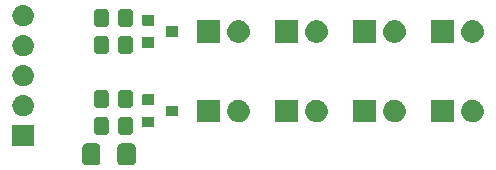
<source format=gbr>
G04 #@! TF.GenerationSoftware,KiCad,Pcbnew,6.0.0-unknown-ea0edab~86~ubuntu18.04.1*
G04 #@! TF.CreationDate,2019-07-07T11:36:40+02:00*
G04 #@! TF.ProjectId,ir-transmitter,69722d74-7261-46e7-936d-69747465722e,rev?*
G04 #@! TF.SameCoordinates,Original*
G04 #@! TF.FileFunction,Soldermask,Top*
G04 #@! TF.FilePolarity,Negative*
%FSLAX46Y46*%
G04 Gerber Fmt 4.6, Leading zero omitted, Abs format (unit mm)*
G04 Created by KiCad (PCBNEW 6.0.0-unknown-ea0edab~86~ubuntu18.04.1) date 2019-07-07 11:36:40*
%MOMM*%
%LPD*%
G04 APERTURE LIST*
%ADD10C,0.100000*%
G04 APERTURE END LIST*
D10*
G36*
X92305756Y-145687764D02*
G01*
X92317228Y-145693289D01*
X92325286Y-145694795D01*
X92342543Y-145705480D01*
X92387638Y-145727197D01*
X92407738Y-145745847D01*
X92420964Y-145754036D01*
X92431264Y-145767676D01*
X92454265Y-145789017D01*
X92476617Y-145827732D01*
X92488781Y-145843840D01*
X92490750Y-145852212D01*
X92498506Y-145865646D01*
X92517419Y-145965603D01*
X92520883Y-145980331D01*
X92520883Y-145983910D01*
X92522194Y-145990839D01*
X92522194Y-147213516D01*
X92507236Y-147312756D01*
X92501711Y-147324228D01*
X92500205Y-147332286D01*
X92489520Y-147349543D01*
X92467803Y-147394638D01*
X92449153Y-147414738D01*
X92440964Y-147427964D01*
X92427324Y-147438264D01*
X92405983Y-147461265D01*
X92367268Y-147483617D01*
X92351160Y-147495781D01*
X92342788Y-147497750D01*
X92329354Y-147505506D01*
X92229397Y-147524419D01*
X92214669Y-147527883D01*
X92211090Y-147527883D01*
X92204161Y-147529194D01*
X91306484Y-147529194D01*
X91207244Y-147514236D01*
X91195772Y-147508711D01*
X91187714Y-147507205D01*
X91170457Y-147496520D01*
X91125362Y-147474803D01*
X91105262Y-147456153D01*
X91092036Y-147447964D01*
X91081736Y-147434324D01*
X91058735Y-147412983D01*
X91036383Y-147374268D01*
X91024219Y-147358160D01*
X91022250Y-147349788D01*
X91014494Y-147336354D01*
X90995581Y-147236397D01*
X90992117Y-147221669D01*
X90992117Y-147218090D01*
X90990806Y-147211161D01*
X90990806Y-145988484D01*
X91005764Y-145889244D01*
X91011289Y-145877772D01*
X91012795Y-145869714D01*
X91023480Y-145852457D01*
X91045197Y-145807362D01*
X91063847Y-145787262D01*
X91072036Y-145774036D01*
X91085676Y-145763736D01*
X91107017Y-145740735D01*
X91145732Y-145718383D01*
X91161840Y-145706219D01*
X91170212Y-145704250D01*
X91183646Y-145696494D01*
X91283603Y-145677581D01*
X91298331Y-145674117D01*
X91301910Y-145674117D01*
X91308839Y-145672806D01*
X92206516Y-145672806D01*
X92305756Y-145687764D01*
X92305756Y-145687764D01*
G37*
G36*
X89330756Y-145687764D02*
G01*
X89342228Y-145693289D01*
X89350286Y-145694795D01*
X89367543Y-145705480D01*
X89412638Y-145727197D01*
X89432738Y-145745847D01*
X89445964Y-145754036D01*
X89456264Y-145767676D01*
X89479265Y-145789017D01*
X89501617Y-145827732D01*
X89513781Y-145843840D01*
X89515750Y-145852212D01*
X89523506Y-145865646D01*
X89542419Y-145965603D01*
X89545883Y-145980331D01*
X89545883Y-145983910D01*
X89547194Y-145990839D01*
X89547194Y-147213516D01*
X89532236Y-147312756D01*
X89526711Y-147324228D01*
X89525205Y-147332286D01*
X89514520Y-147349543D01*
X89492803Y-147394638D01*
X89474153Y-147414738D01*
X89465964Y-147427964D01*
X89452324Y-147438264D01*
X89430983Y-147461265D01*
X89392268Y-147483617D01*
X89376160Y-147495781D01*
X89367788Y-147497750D01*
X89354354Y-147505506D01*
X89254397Y-147524419D01*
X89239669Y-147527883D01*
X89236090Y-147527883D01*
X89229161Y-147529194D01*
X88331484Y-147529194D01*
X88232244Y-147514236D01*
X88220772Y-147508711D01*
X88212714Y-147507205D01*
X88195457Y-147496520D01*
X88150362Y-147474803D01*
X88130262Y-147456153D01*
X88117036Y-147447964D01*
X88106736Y-147434324D01*
X88083735Y-147412983D01*
X88061383Y-147374268D01*
X88049219Y-147358160D01*
X88047250Y-147349788D01*
X88039494Y-147336354D01*
X88020581Y-147236397D01*
X88017117Y-147221669D01*
X88017117Y-147218090D01*
X88015806Y-147211161D01*
X88015806Y-145988484D01*
X88030764Y-145889244D01*
X88036289Y-145877772D01*
X88037795Y-145869714D01*
X88048480Y-145852457D01*
X88070197Y-145807362D01*
X88088847Y-145787262D01*
X88097036Y-145774036D01*
X88110676Y-145763736D01*
X88132017Y-145740735D01*
X88170732Y-145718383D01*
X88186840Y-145706219D01*
X88195212Y-145704250D01*
X88208646Y-145696494D01*
X88308603Y-145677581D01*
X88323331Y-145674117D01*
X88326910Y-145674117D01*
X88333839Y-145672806D01*
X89231516Y-145672806D01*
X89330756Y-145687764D01*
X89330756Y-145687764D01*
G37*
G36*
X83869899Y-144101959D02*
G01*
X83886769Y-144113231D01*
X83898041Y-144130101D01*
X83904448Y-144162312D01*
X83904448Y-145837688D01*
X83901999Y-145850000D01*
X83898041Y-145869899D01*
X83886769Y-145886769D01*
X83869899Y-145898041D01*
X83850000Y-145901999D01*
X83837688Y-145904448D01*
X82162312Y-145904448D01*
X82130101Y-145898041D01*
X82113231Y-145886769D01*
X82101959Y-145869899D01*
X82095552Y-145837688D01*
X82095552Y-144162312D01*
X82101959Y-144130101D01*
X82113231Y-144113231D01*
X82130101Y-144101959D01*
X82162312Y-144095552D01*
X83837688Y-144095552D01*
X83869899Y-144101959D01*
X83869899Y-144101959D01*
G37*
G36*
X90036756Y-143449764D02*
G01*
X90048227Y-143455288D01*
X90056287Y-143456795D01*
X90073547Y-143467482D01*
X90118638Y-143489197D01*
X90138738Y-143507847D01*
X90151964Y-143516036D01*
X90162265Y-143529676D01*
X90185264Y-143551016D01*
X90207614Y-143589727D01*
X90219781Y-143605839D01*
X90221751Y-143614213D01*
X90229506Y-143627646D01*
X90248419Y-143727601D01*
X90251883Y-143742330D01*
X90251883Y-143745909D01*
X90253194Y-143752838D01*
X90253194Y-144625517D01*
X90238236Y-144724756D01*
X90232712Y-144736227D01*
X90231205Y-144744287D01*
X90220518Y-144761547D01*
X90198803Y-144806638D01*
X90180153Y-144826738D01*
X90171964Y-144839964D01*
X90158324Y-144850265D01*
X90136984Y-144873264D01*
X90098273Y-144895614D01*
X90082161Y-144907781D01*
X90073787Y-144909751D01*
X90060354Y-144917506D01*
X89960399Y-144936419D01*
X89945670Y-144939883D01*
X89942091Y-144939883D01*
X89935162Y-144941194D01*
X89312483Y-144941194D01*
X89213244Y-144926236D01*
X89201773Y-144920712D01*
X89193713Y-144919205D01*
X89176453Y-144908518D01*
X89131362Y-144886803D01*
X89111262Y-144868153D01*
X89098036Y-144859964D01*
X89087735Y-144846324D01*
X89064736Y-144824984D01*
X89042386Y-144786273D01*
X89030219Y-144770161D01*
X89028249Y-144761787D01*
X89020494Y-144748354D01*
X89001581Y-144648399D01*
X88998117Y-144633670D01*
X88998117Y-144630091D01*
X88996806Y-144623162D01*
X88996806Y-143750483D01*
X89011764Y-143651244D01*
X89017288Y-143639773D01*
X89018795Y-143631713D01*
X89029482Y-143614453D01*
X89051197Y-143569362D01*
X89069847Y-143549262D01*
X89078036Y-143536036D01*
X89091676Y-143525735D01*
X89113016Y-143502736D01*
X89151727Y-143480386D01*
X89167839Y-143468219D01*
X89176213Y-143466249D01*
X89189646Y-143458494D01*
X89289601Y-143439581D01*
X89304330Y-143436117D01*
X89307909Y-143436117D01*
X89314838Y-143434806D01*
X89937517Y-143434806D01*
X90036756Y-143449764D01*
X90036756Y-143449764D01*
G37*
G36*
X92086756Y-143449764D02*
G01*
X92098227Y-143455288D01*
X92106287Y-143456795D01*
X92123547Y-143467482D01*
X92168638Y-143489197D01*
X92188738Y-143507847D01*
X92201964Y-143516036D01*
X92212265Y-143529676D01*
X92235264Y-143551016D01*
X92257614Y-143589727D01*
X92269781Y-143605839D01*
X92271751Y-143614213D01*
X92279506Y-143627646D01*
X92298419Y-143727601D01*
X92301883Y-143742330D01*
X92301883Y-143745909D01*
X92303194Y-143752838D01*
X92303194Y-144625517D01*
X92288236Y-144724756D01*
X92282712Y-144736227D01*
X92281205Y-144744287D01*
X92270518Y-144761547D01*
X92248803Y-144806638D01*
X92230153Y-144826738D01*
X92221964Y-144839964D01*
X92208324Y-144850265D01*
X92186984Y-144873264D01*
X92148273Y-144895614D01*
X92132161Y-144907781D01*
X92123787Y-144909751D01*
X92110354Y-144917506D01*
X92010399Y-144936419D01*
X91995670Y-144939883D01*
X91992091Y-144939883D01*
X91985162Y-144941194D01*
X91362483Y-144941194D01*
X91263244Y-144926236D01*
X91251773Y-144920712D01*
X91243713Y-144919205D01*
X91226453Y-144908518D01*
X91181362Y-144886803D01*
X91161262Y-144868153D01*
X91148036Y-144859964D01*
X91137735Y-144846324D01*
X91114736Y-144824984D01*
X91092386Y-144786273D01*
X91080219Y-144770161D01*
X91078249Y-144761787D01*
X91070494Y-144748354D01*
X91051581Y-144648399D01*
X91048117Y-144633670D01*
X91048117Y-144630091D01*
X91046806Y-144623162D01*
X91046806Y-143750483D01*
X91061764Y-143651244D01*
X91067288Y-143639773D01*
X91068795Y-143631713D01*
X91079482Y-143614453D01*
X91101197Y-143569362D01*
X91119847Y-143549262D01*
X91128036Y-143536036D01*
X91141676Y-143525735D01*
X91163016Y-143502736D01*
X91201727Y-143480386D01*
X91217839Y-143468219D01*
X91226213Y-143466249D01*
X91239646Y-143458494D01*
X91339601Y-143439581D01*
X91354330Y-143436117D01*
X91357909Y-143436117D01*
X91364838Y-143434806D01*
X91987517Y-143434806D01*
X92086756Y-143449764D01*
X92086756Y-143449764D01*
G37*
G36*
X94056899Y-143419959D02*
G01*
X94073769Y-143431231D01*
X94085041Y-143448101D01*
X94091448Y-143480312D01*
X94091448Y-144255688D01*
X94088999Y-144268000D01*
X94085041Y-144287899D01*
X94073769Y-144304769D01*
X94056899Y-144316041D01*
X94037000Y-144319999D01*
X94024688Y-144322448D01*
X93149312Y-144322448D01*
X93117101Y-144316041D01*
X93100231Y-144304769D01*
X93088959Y-144287899D01*
X93082552Y-144255688D01*
X93082552Y-143480312D01*
X93088959Y-143448101D01*
X93100231Y-143431231D01*
X93117101Y-143419959D01*
X93149312Y-143413552D01*
X94024688Y-143413552D01*
X94056899Y-143419959D01*
X94056899Y-143419959D01*
G37*
G36*
X114541675Y-141970627D02*
G01*
X114582905Y-141972680D01*
X114631080Y-141984468D01*
X114685954Y-141992963D01*
X114724728Y-142007383D01*
X114759176Y-142015812D01*
X114809544Y-142038925D01*
X114867037Y-142060307D01*
X114897173Y-142079138D01*
X114924107Y-142091498D01*
X114973922Y-142127097D01*
X115030880Y-142162688D01*
X115052387Y-142183168D01*
X115071749Y-142197005D01*
X115117931Y-142245585D01*
X115170790Y-142295922D01*
X115184404Y-142315511D01*
X115196782Y-142328531D01*
X115236083Y-142389866D01*
X115281052Y-142454569D01*
X115288145Y-142471119D01*
X115294683Y-142481322D01*
X115323818Y-142554349D01*
X115357162Y-142632146D01*
X115359606Y-142644051D01*
X115361928Y-142649872D01*
X115377813Y-142732748D01*
X115396010Y-142821400D01*
X115395988Y-142827580D01*
X115396056Y-142827932D01*
X115395404Y-143014704D01*
X115395335Y-143015053D01*
X115395313Y-143021237D01*
X115376491Y-143109785D01*
X115360034Y-143192522D01*
X115357671Y-143198327D01*
X115355144Y-143210215D01*
X115321246Y-143287806D01*
X115291613Y-143360599D01*
X115285009Y-143370748D01*
X115277797Y-143387257D01*
X115232357Y-143451672D01*
X115192645Y-143512707D01*
X115180180Y-143525637D01*
X115166430Y-143545129D01*
X115113221Y-143595096D01*
X115066704Y-143643349D01*
X115047248Y-143657048D01*
X115025593Y-143677384D01*
X114968380Y-143712582D01*
X114918323Y-143747828D01*
X114891302Y-143760000D01*
X114861039Y-143778618D01*
X114803399Y-143799597D01*
X114752868Y-143822360D01*
X114718362Y-143830549D01*
X114679490Y-143844697D01*
X114624568Y-143852807D01*
X114576307Y-143864260D01*
X114535057Y-143866025D01*
X114488363Y-143872920D01*
X114438741Y-143870146D01*
X114395000Y-143872017D01*
X114348403Y-143865095D01*
X114295464Y-143862135D01*
X114253057Y-143850931D01*
X114215504Y-143845352D01*
X114165566Y-143827815D01*
X114108673Y-143812783D01*
X114074600Y-143795869D01*
X114044288Y-143785224D01*
X113993557Y-143755639D01*
X113935621Y-143726879D01*
X113910245Y-143707053D01*
X113887528Y-143693805D01*
X113838930Y-143651335D01*
X113783378Y-143607933D01*
X113766292Y-143587857D01*
X113750884Y-143574392D01*
X113707628Y-143518928D01*
X113658161Y-143460804D01*
X113648277Y-143442825D01*
X113639285Y-143431295D01*
X113604661Y-143363488D01*
X113565086Y-143291501D01*
X113560749Y-143277492D01*
X113556760Y-143269679D01*
X113533983Y-143191022D01*
X113507955Y-143106941D01*
X113507095Y-143098173D01*
X113506285Y-143095375D01*
X113498295Y-143008423D01*
X113489102Y-142914663D01*
X113498949Y-142820976D01*
X113507546Y-142734079D01*
X113508376Y-142731287D01*
X113509297Y-142722521D01*
X113535920Y-142638594D01*
X113559237Y-142560129D01*
X113563280Y-142552346D01*
X113567715Y-142538365D01*
X113607811Y-142466621D01*
X113642891Y-142399090D01*
X113651956Y-142387632D01*
X113661969Y-142369716D01*
X113711849Y-142311930D01*
X113755484Y-142256776D01*
X113770984Y-142243420D01*
X113788210Y-142223464D01*
X113844069Y-142180447D01*
X113892959Y-142138321D01*
X113915768Y-142125232D01*
X113941281Y-142105584D01*
X113999401Y-142077237D01*
X114050350Y-142047999D01*
X114080746Y-142037562D01*
X114114928Y-142020891D01*
X114171921Y-142006258D01*
X114221983Y-141989069D01*
X114259572Y-141983753D01*
X114302059Y-141972844D01*
X114355020Y-141970254D01*
X114401663Y-141963657D01*
X114445388Y-141965834D01*
X114495028Y-141963406D01*
X114541675Y-141970627D01*
X114541675Y-141970627D01*
G37*
G36*
X101333675Y-141970627D02*
G01*
X101374905Y-141972680D01*
X101423080Y-141984468D01*
X101477954Y-141992963D01*
X101516728Y-142007383D01*
X101551176Y-142015812D01*
X101601544Y-142038925D01*
X101659037Y-142060307D01*
X101689173Y-142079138D01*
X101716107Y-142091498D01*
X101765922Y-142127097D01*
X101822880Y-142162688D01*
X101844387Y-142183168D01*
X101863749Y-142197005D01*
X101909931Y-142245585D01*
X101962790Y-142295922D01*
X101976404Y-142315511D01*
X101988782Y-142328531D01*
X102028083Y-142389866D01*
X102073052Y-142454569D01*
X102080145Y-142471119D01*
X102086683Y-142481322D01*
X102115818Y-142554349D01*
X102149162Y-142632146D01*
X102151606Y-142644051D01*
X102153928Y-142649872D01*
X102169813Y-142732748D01*
X102188010Y-142821400D01*
X102187988Y-142827580D01*
X102188056Y-142827932D01*
X102187404Y-143014704D01*
X102187335Y-143015053D01*
X102187313Y-143021237D01*
X102168491Y-143109785D01*
X102152034Y-143192522D01*
X102149671Y-143198327D01*
X102147144Y-143210215D01*
X102113246Y-143287806D01*
X102083613Y-143360599D01*
X102077009Y-143370748D01*
X102069797Y-143387257D01*
X102024357Y-143451672D01*
X101984645Y-143512707D01*
X101972180Y-143525637D01*
X101958430Y-143545129D01*
X101905221Y-143595096D01*
X101858704Y-143643349D01*
X101839248Y-143657048D01*
X101817593Y-143677384D01*
X101760380Y-143712582D01*
X101710323Y-143747828D01*
X101683302Y-143760000D01*
X101653039Y-143778618D01*
X101595399Y-143799597D01*
X101544868Y-143822360D01*
X101510362Y-143830549D01*
X101471490Y-143844697D01*
X101416568Y-143852807D01*
X101368307Y-143864260D01*
X101327057Y-143866025D01*
X101280363Y-143872920D01*
X101230741Y-143870146D01*
X101187000Y-143872017D01*
X101140403Y-143865095D01*
X101087464Y-143862135D01*
X101045057Y-143850931D01*
X101007504Y-143845352D01*
X100957566Y-143827815D01*
X100900673Y-143812783D01*
X100866600Y-143795869D01*
X100836288Y-143785224D01*
X100785557Y-143755639D01*
X100727621Y-143726879D01*
X100702245Y-143707053D01*
X100679528Y-143693805D01*
X100630930Y-143651335D01*
X100575378Y-143607933D01*
X100558292Y-143587857D01*
X100542884Y-143574392D01*
X100499628Y-143518928D01*
X100450161Y-143460804D01*
X100440277Y-143442825D01*
X100431285Y-143431295D01*
X100396661Y-143363488D01*
X100357086Y-143291501D01*
X100352749Y-143277492D01*
X100348760Y-143269679D01*
X100325983Y-143191022D01*
X100299955Y-143106941D01*
X100299095Y-143098173D01*
X100298285Y-143095375D01*
X100290295Y-143008423D01*
X100281102Y-142914663D01*
X100290949Y-142820976D01*
X100299546Y-142734079D01*
X100300376Y-142731287D01*
X100301297Y-142722521D01*
X100327920Y-142638594D01*
X100351237Y-142560129D01*
X100355280Y-142552346D01*
X100359715Y-142538365D01*
X100399811Y-142466621D01*
X100434891Y-142399090D01*
X100443956Y-142387632D01*
X100453969Y-142369716D01*
X100503849Y-142311930D01*
X100547484Y-142256776D01*
X100562984Y-142243420D01*
X100580210Y-142223464D01*
X100636069Y-142180447D01*
X100684959Y-142138321D01*
X100707768Y-142125232D01*
X100733281Y-142105584D01*
X100791401Y-142077237D01*
X100842350Y-142047999D01*
X100872746Y-142037562D01*
X100906928Y-142020891D01*
X100963921Y-142006258D01*
X101013983Y-141989069D01*
X101051572Y-141983753D01*
X101094059Y-141972844D01*
X101147020Y-141970254D01*
X101193663Y-141963657D01*
X101237388Y-141965834D01*
X101287028Y-141963406D01*
X101333675Y-141970627D01*
X101333675Y-141970627D01*
G37*
G36*
X107937675Y-141970627D02*
G01*
X107978905Y-141972680D01*
X108027080Y-141984468D01*
X108081954Y-141992963D01*
X108120728Y-142007383D01*
X108155176Y-142015812D01*
X108205544Y-142038925D01*
X108263037Y-142060307D01*
X108293173Y-142079138D01*
X108320107Y-142091498D01*
X108369922Y-142127097D01*
X108426880Y-142162688D01*
X108448387Y-142183168D01*
X108467749Y-142197005D01*
X108513931Y-142245585D01*
X108566790Y-142295922D01*
X108580404Y-142315511D01*
X108592782Y-142328531D01*
X108632083Y-142389866D01*
X108677052Y-142454569D01*
X108684145Y-142471119D01*
X108690683Y-142481322D01*
X108719818Y-142554349D01*
X108753162Y-142632146D01*
X108755606Y-142644051D01*
X108757928Y-142649872D01*
X108773813Y-142732748D01*
X108792010Y-142821400D01*
X108791988Y-142827580D01*
X108792056Y-142827932D01*
X108791404Y-143014704D01*
X108791335Y-143015053D01*
X108791313Y-143021237D01*
X108772491Y-143109785D01*
X108756034Y-143192522D01*
X108753671Y-143198327D01*
X108751144Y-143210215D01*
X108717246Y-143287806D01*
X108687613Y-143360599D01*
X108681009Y-143370748D01*
X108673797Y-143387257D01*
X108628357Y-143451672D01*
X108588645Y-143512707D01*
X108576180Y-143525637D01*
X108562430Y-143545129D01*
X108509221Y-143595096D01*
X108462704Y-143643349D01*
X108443248Y-143657048D01*
X108421593Y-143677384D01*
X108364380Y-143712582D01*
X108314323Y-143747828D01*
X108287302Y-143760000D01*
X108257039Y-143778618D01*
X108199399Y-143799597D01*
X108148868Y-143822360D01*
X108114362Y-143830549D01*
X108075490Y-143844697D01*
X108020568Y-143852807D01*
X107972307Y-143864260D01*
X107931057Y-143866025D01*
X107884363Y-143872920D01*
X107834741Y-143870146D01*
X107791000Y-143872017D01*
X107744403Y-143865095D01*
X107691464Y-143862135D01*
X107649057Y-143850931D01*
X107611504Y-143845352D01*
X107561566Y-143827815D01*
X107504673Y-143812783D01*
X107470600Y-143795869D01*
X107440288Y-143785224D01*
X107389557Y-143755639D01*
X107331621Y-143726879D01*
X107306245Y-143707053D01*
X107283528Y-143693805D01*
X107234930Y-143651335D01*
X107179378Y-143607933D01*
X107162292Y-143587857D01*
X107146884Y-143574392D01*
X107103628Y-143518928D01*
X107054161Y-143460804D01*
X107044277Y-143442825D01*
X107035285Y-143431295D01*
X107000661Y-143363488D01*
X106961086Y-143291501D01*
X106956749Y-143277492D01*
X106952760Y-143269679D01*
X106929983Y-143191022D01*
X106903955Y-143106941D01*
X106903095Y-143098173D01*
X106902285Y-143095375D01*
X106894295Y-143008423D01*
X106885102Y-142914663D01*
X106894949Y-142820976D01*
X106903546Y-142734079D01*
X106904376Y-142731287D01*
X106905297Y-142722521D01*
X106931920Y-142638594D01*
X106955237Y-142560129D01*
X106959280Y-142552346D01*
X106963715Y-142538365D01*
X107003811Y-142466621D01*
X107038891Y-142399090D01*
X107047956Y-142387632D01*
X107057969Y-142369716D01*
X107107849Y-142311930D01*
X107151484Y-142256776D01*
X107166984Y-142243420D01*
X107184210Y-142223464D01*
X107240069Y-142180447D01*
X107288959Y-142138321D01*
X107311768Y-142125232D01*
X107337281Y-142105584D01*
X107395401Y-142077237D01*
X107446350Y-142047999D01*
X107476746Y-142037562D01*
X107510928Y-142020891D01*
X107567921Y-142006258D01*
X107617983Y-141989069D01*
X107655572Y-141983753D01*
X107698059Y-141972844D01*
X107751020Y-141970254D01*
X107797663Y-141963657D01*
X107841388Y-141965834D01*
X107891028Y-141963406D01*
X107937675Y-141970627D01*
X107937675Y-141970627D01*
G37*
G36*
X121145675Y-141970627D02*
G01*
X121186905Y-141972680D01*
X121235080Y-141984468D01*
X121289954Y-141992963D01*
X121328728Y-142007383D01*
X121363176Y-142015812D01*
X121413544Y-142038925D01*
X121471037Y-142060307D01*
X121501173Y-142079138D01*
X121528107Y-142091498D01*
X121577922Y-142127097D01*
X121634880Y-142162688D01*
X121656387Y-142183168D01*
X121675749Y-142197005D01*
X121721931Y-142245585D01*
X121774790Y-142295922D01*
X121788404Y-142315511D01*
X121800782Y-142328531D01*
X121840083Y-142389866D01*
X121885052Y-142454569D01*
X121892145Y-142471119D01*
X121898683Y-142481322D01*
X121927818Y-142554349D01*
X121961162Y-142632146D01*
X121963606Y-142644051D01*
X121965928Y-142649872D01*
X121981813Y-142732748D01*
X122000010Y-142821400D01*
X121999988Y-142827580D01*
X122000056Y-142827932D01*
X121999404Y-143014704D01*
X121999335Y-143015053D01*
X121999313Y-143021237D01*
X121980491Y-143109785D01*
X121964034Y-143192522D01*
X121961671Y-143198327D01*
X121959144Y-143210215D01*
X121925246Y-143287806D01*
X121895613Y-143360599D01*
X121889009Y-143370748D01*
X121881797Y-143387257D01*
X121836357Y-143451672D01*
X121796645Y-143512707D01*
X121784180Y-143525637D01*
X121770430Y-143545129D01*
X121717221Y-143595096D01*
X121670704Y-143643349D01*
X121651248Y-143657048D01*
X121629593Y-143677384D01*
X121572380Y-143712582D01*
X121522323Y-143747828D01*
X121495302Y-143760000D01*
X121465039Y-143778618D01*
X121407399Y-143799597D01*
X121356868Y-143822360D01*
X121322362Y-143830549D01*
X121283490Y-143844697D01*
X121228568Y-143852807D01*
X121180307Y-143864260D01*
X121139057Y-143866025D01*
X121092363Y-143872920D01*
X121042741Y-143870146D01*
X120999000Y-143872017D01*
X120952403Y-143865095D01*
X120899464Y-143862135D01*
X120857057Y-143850931D01*
X120819504Y-143845352D01*
X120769566Y-143827815D01*
X120712673Y-143812783D01*
X120678600Y-143795869D01*
X120648288Y-143785224D01*
X120597557Y-143755639D01*
X120539621Y-143726879D01*
X120514245Y-143707053D01*
X120491528Y-143693805D01*
X120442930Y-143651335D01*
X120387378Y-143607933D01*
X120370292Y-143587857D01*
X120354884Y-143574392D01*
X120311628Y-143518928D01*
X120262161Y-143460804D01*
X120252277Y-143442825D01*
X120243285Y-143431295D01*
X120208661Y-143363488D01*
X120169086Y-143291501D01*
X120164749Y-143277492D01*
X120160760Y-143269679D01*
X120137983Y-143191022D01*
X120111955Y-143106941D01*
X120111095Y-143098173D01*
X120110285Y-143095375D01*
X120102295Y-143008423D01*
X120093102Y-142914663D01*
X120102949Y-142820976D01*
X120111546Y-142734079D01*
X120112376Y-142731287D01*
X120113297Y-142722521D01*
X120139920Y-142638594D01*
X120163237Y-142560129D01*
X120167280Y-142552346D01*
X120171715Y-142538365D01*
X120211811Y-142466621D01*
X120246891Y-142399090D01*
X120255956Y-142387632D01*
X120265969Y-142369716D01*
X120315849Y-142311930D01*
X120359484Y-142256776D01*
X120374984Y-142243420D01*
X120392210Y-142223464D01*
X120448069Y-142180447D01*
X120496959Y-142138321D01*
X120519768Y-142125232D01*
X120545281Y-142105584D01*
X120603401Y-142077237D01*
X120654350Y-142047999D01*
X120684746Y-142037562D01*
X120718928Y-142020891D01*
X120775921Y-142006258D01*
X120825983Y-141989069D01*
X120863572Y-141983753D01*
X120906059Y-141972844D01*
X120959020Y-141970254D01*
X121005663Y-141963657D01*
X121049388Y-141965834D01*
X121099028Y-141963406D01*
X121145675Y-141970627D01*
X121145675Y-141970627D01*
G37*
G36*
X99616899Y-141969959D02*
G01*
X99633769Y-141981231D01*
X99645041Y-141998101D01*
X99651448Y-142030312D01*
X99651448Y-143805688D01*
X99648999Y-143818000D01*
X99645041Y-143837899D01*
X99633769Y-143854769D01*
X99616899Y-143866041D01*
X99597000Y-143869999D01*
X99584688Y-143872448D01*
X97809312Y-143872448D01*
X97777101Y-143866041D01*
X97760231Y-143854769D01*
X97748959Y-143837899D01*
X97742552Y-143805688D01*
X97742552Y-142030312D01*
X97748959Y-141998101D01*
X97760231Y-141981231D01*
X97777101Y-141969959D01*
X97809312Y-141963552D01*
X99584688Y-141963552D01*
X99616899Y-141969959D01*
X99616899Y-141969959D01*
G37*
G36*
X106220899Y-141969959D02*
G01*
X106237769Y-141981231D01*
X106249041Y-141998101D01*
X106255448Y-142030312D01*
X106255448Y-143805688D01*
X106252999Y-143818000D01*
X106249041Y-143837899D01*
X106237769Y-143854769D01*
X106220899Y-143866041D01*
X106201000Y-143869999D01*
X106188688Y-143872448D01*
X104413312Y-143872448D01*
X104381101Y-143866041D01*
X104364231Y-143854769D01*
X104352959Y-143837899D01*
X104346552Y-143805688D01*
X104346552Y-142030312D01*
X104352959Y-141998101D01*
X104364231Y-141981231D01*
X104381101Y-141969959D01*
X104413312Y-141963552D01*
X106188688Y-141963552D01*
X106220899Y-141969959D01*
X106220899Y-141969959D01*
G37*
G36*
X112824899Y-141969959D02*
G01*
X112841769Y-141981231D01*
X112853041Y-141998101D01*
X112859448Y-142030312D01*
X112859448Y-143805688D01*
X112856999Y-143818000D01*
X112853041Y-143837899D01*
X112841769Y-143854769D01*
X112824899Y-143866041D01*
X112805000Y-143869999D01*
X112792688Y-143872448D01*
X111017312Y-143872448D01*
X110985101Y-143866041D01*
X110968231Y-143854769D01*
X110956959Y-143837899D01*
X110950552Y-143805688D01*
X110950552Y-142030312D01*
X110956959Y-141998101D01*
X110968231Y-141981231D01*
X110985101Y-141969959D01*
X111017312Y-141963552D01*
X112792688Y-141963552D01*
X112824899Y-141969959D01*
X112824899Y-141969959D01*
G37*
G36*
X119428899Y-141969959D02*
G01*
X119445769Y-141981231D01*
X119457041Y-141998101D01*
X119463448Y-142030312D01*
X119463448Y-143805688D01*
X119460999Y-143818000D01*
X119457041Y-143837899D01*
X119445769Y-143854769D01*
X119428899Y-143866041D01*
X119409000Y-143869999D01*
X119396688Y-143872448D01*
X117621312Y-143872448D01*
X117589101Y-143866041D01*
X117572231Y-143854769D01*
X117560959Y-143837899D01*
X117554552Y-143805688D01*
X117554552Y-142030312D01*
X117560959Y-141998101D01*
X117572231Y-141981231D01*
X117589101Y-141969959D01*
X117621312Y-141963552D01*
X119396688Y-141963552D01*
X119428899Y-141969959D01*
X119428899Y-141969959D01*
G37*
G36*
X96056899Y-142469959D02*
G01*
X96073769Y-142481231D01*
X96085041Y-142498101D01*
X96091448Y-142530312D01*
X96091448Y-143305688D01*
X96088999Y-143318000D01*
X96085041Y-143337899D01*
X96073769Y-143354769D01*
X96056899Y-143366041D01*
X96037000Y-143369999D01*
X96024688Y-143372448D01*
X95149312Y-143372448D01*
X95117101Y-143366041D01*
X95100231Y-143354769D01*
X95088959Y-143337899D01*
X95082552Y-143305688D01*
X95082552Y-142530312D01*
X95088959Y-142498101D01*
X95100231Y-142481231D01*
X95117101Y-142469959D01*
X95149312Y-142463552D01*
X96024688Y-142463552D01*
X96056899Y-142469959D01*
X96056899Y-142469959D01*
G37*
G36*
X83188360Y-141573835D02*
G01*
X83269397Y-141600166D01*
X83356663Y-141627848D01*
X83359655Y-141629493D01*
X83368488Y-141632363D01*
X83440466Y-141673919D01*
X83511499Y-141712970D01*
X83518986Y-141719253D01*
X83532511Y-141727061D01*
X83590259Y-141779057D01*
X83646857Y-141826549D01*
X83656962Y-141839118D01*
X83673261Y-141853793D01*
X83715454Y-141911867D01*
X83757579Y-141964260D01*
X83767994Y-141984182D01*
X83784586Y-142007019D01*
X83811297Y-142067012D01*
X83839439Y-142120843D01*
X83847582Y-142148510D01*
X83861621Y-142180042D01*
X83873992Y-142238241D01*
X83889328Y-142290349D01*
X83892518Y-142325401D01*
X83900999Y-142365301D01*
X83900999Y-142418592D01*
X83905343Y-142466324D01*
X83900999Y-142507653D01*
X83900999Y-142554699D01*
X83891217Y-142600721D01*
X83886873Y-142642047D01*
X83872702Y-142687827D01*
X83861621Y-142739958D01*
X83845028Y-142777226D01*
X83834622Y-142810843D01*
X83808789Y-142858620D01*
X83784586Y-142912981D01*
X83764298Y-142940905D01*
X83750580Y-142966276D01*
X83711859Y-143013082D01*
X83673261Y-143066207D01*
X83652284Y-143085095D01*
X83637952Y-143102419D01*
X83585845Y-143144917D01*
X83532511Y-143192939D01*
X83513524Y-143203901D01*
X83501025Y-143214095D01*
X83435780Y-143248786D01*
X83368488Y-143287637D01*
X83353636Y-143292463D01*
X83345003Y-143297053D01*
X83267430Y-143320473D01*
X83188360Y-143346165D01*
X83179114Y-143347137D01*
X83175851Y-143348122D01*
X83084710Y-143357059D01*
X83047211Y-143361000D01*
X82952789Y-143361000D01*
X82811640Y-143346165D01*
X82730603Y-143319834D01*
X82643337Y-143292152D01*
X82640345Y-143290507D01*
X82631512Y-143287637D01*
X82559534Y-143246081D01*
X82488501Y-143207030D01*
X82481014Y-143200747D01*
X82467489Y-143192939D01*
X82409741Y-143140943D01*
X82353143Y-143093451D01*
X82343038Y-143080882D01*
X82326739Y-143066207D01*
X82284546Y-143008133D01*
X82242421Y-142955740D01*
X82232006Y-142935818D01*
X82215414Y-142912981D01*
X82188703Y-142852988D01*
X82160561Y-142799157D01*
X82152418Y-142771490D01*
X82138379Y-142739958D01*
X82126008Y-142681759D01*
X82110672Y-142629651D01*
X82107482Y-142594599D01*
X82099001Y-142554699D01*
X82099001Y-142501408D01*
X82094657Y-142453676D01*
X82099001Y-142412347D01*
X82099001Y-142365301D01*
X82108783Y-142319279D01*
X82113127Y-142277953D01*
X82127298Y-142232173D01*
X82138379Y-142180042D01*
X82154972Y-142142774D01*
X82165378Y-142109157D01*
X82191211Y-142061380D01*
X82215414Y-142007019D01*
X82235702Y-141979095D01*
X82249420Y-141953724D01*
X82288141Y-141906918D01*
X82326739Y-141853793D01*
X82347716Y-141834905D01*
X82362048Y-141817581D01*
X82414155Y-141775083D01*
X82467489Y-141727061D01*
X82486476Y-141716099D01*
X82498975Y-141705905D01*
X82564220Y-141671214D01*
X82631512Y-141632363D01*
X82646364Y-141627537D01*
X82654997Y-141622947D01*
X82732570Y-141599527D01*
X82811640Y-141573835D01*
X82820886Y-141572863D01*
X82824149Y-141571878D01*
X82915290Y-141562941D01*
X82952789Y-141559000D01*
X83047211Y-141559000D01*
X83188360Y-141573835D01*
X83188360Y-141573835D01*
G37*
G36*
X92086756Y-141163764D02*
G01*
X92098227Y-141169288D01*
X92106287Y-141170795D01*
X92123547Y-141181482D01*
X92168638Y-141203197D01*
X92188738Y-141221847D01*
X92201964Y-141230036D01*
X92212265Y-141243676D01*
X92235264Y-141265016D01*
X92257614Y-141303727D01*
X92269781Y-141319839D01*
X92271751Y-141328213D01*
X92279506Y-141341646D01*
X92298419Y-141441601D01*
X92301883Y-141456330D01*
X92301883Y-141459909D01*
X92303194Y-141466838D01*
X92303194Y-142339517D01*
X92288236Y-142438756D01*
X92282712Y-142450227D01*
X92281205Y-142458287D01*
X92270518Y-142475547D01*
X92248803Y-142520638D01*
X92230153Y-142540738D01*
X92221964Y-142553964D01*
X92208324Y-142564265D01*
X92186984Y-142587264D01*
X92148273Y-142609614D01*
X92132161Y-142621781D01*
X92123787Y-142623751D01*
X92110354Y-142631506D01*
X92010399Y-142650419D01*
X91995670Y-142653883D01*
X91992091Y-142653883D01*
X91985162Y-142655194D01*
X91362483Y-142655194D01*
X91263244Y-142640236D01*
X91251773Y-142634712D01*
X91243713Y-142633205D01*
X91226453Y-142622518D01*
X91181362Y-142600803D01*
X91161262Y-142582153D01*
X91148036Y-142573964D01*
X91137735Y-142560324D01*
X91114736Y-142538984D01*
X91092386Y-142500273D01*
X91080219Y-142484161D01*
X91078249Y-142475787D01*
X91070494Y-142462354D01*
X91051581Y-142362399D01*
X91048117Y-142347670D01*
X91048117Y-142344091D01*
X91046806Y-142337162D01*
X91046806Y-141464483D01*
X91061764Y-141365244D01*
X91067288Y-141353773D01*
X91068795Y-141345713D01*
X91079482Y-141328453D01*
X91101197Y-141283362D01*
X91119847Y-141263262D01*
X91128036Y-141250036D01*
X91141676Y-141239735D01*
X91163016Y-141216736D01*
X91201727Y-141194386D01*
X91217839Y-141182219D01*
X91226213Y-141180249D01*
X91239646Y-141172494D01*
X91339601Y-141153581D01*
X91354330Y-141150117D01*
X91357909Y-141150117D01*
X91364838Y-141148806D01*
X91987517Y-141148806D01*
X92086756Y-141163764D01*
X92086756Y-141163764D01*
G37*
G36*
X90036756Y-141163764D02*
G01*
X90048227Y-141169288D01*
X90056287Y-141170795D01*
X90073547Y-141181482D01*
X90118638Y-141203197D01*
X90138738Y-141221847D01*
X90151964Y-141230036D01*
X90162265Y-141243676D01*
X90185264Y-141265016D01*
X90207614Y-141303727D01*
X90219781Y-141319839D01*
X90221751Y-141328213D01*
X90229506Y-141341646D01*
X90248419Y-141441601D01*
X90251883Y-141456330D01*
X90251883Y-141459909D01*
X90253194Y-141466838D01*
X90253194Y-142339517D01*
X90238236Y-142438756D01*
X90232712Y-142450227D01*
X90231205Y-142458287D01*
X90220518Y-142475547D01*
X90198803Y-142520638D01*
X90180153Y-142540738D01*
X90171964Y-142553964D01*
X90158324Y-142564265D01*
X90136984Y-142587264D01*
X90098273Y-142609614D01*
X90082161Y-142621781D01*
X90073787Y-142623751D01*
X90060354Y-142631506D01*
X89960399Y-142650419D01*
X89945670Y-142653883D01*
X89942091Y-142653883D01*
X89935162Y-142655194D01*
X89312483Y-142655194D01*
X89213244Y-142640236D01*
X89201773Y-142634712D01*
X89193713Y-142633205D01*
X89176453Y-142622518D01*
X89131362Y-142600803D01*
X89111262Y-142582153D01*
X89098036Y-142573964D01*
X89087735Y-142560324D01*
X89064736Y-142538984D01*
X89042386Y-142500273D01*
X89030219Y-142484161D01*
X89028249Y-142475787D01*
X89020494Y-142462354D01*
X89001581Y-142362399D01*
X88998117Y-142347670D01*
X88998117Y-142344091D01*
X88996806Y-142337162D01*
X88996806Y-141464483D01*
X89011764Y-141365244D01*
X89017288Y-141353773D01*
X89018795Y-141345713D01*
X89029482Y-141328453D01*
X89051197Y-141283362D01*
X89069847Y-141263262D01*
X89078036Y-141250036D01*
X89091676Y-141239735D01*
X89113016Y-141216736D01*
X89151727Y-141194386D01*
X89167839Y-141182219D01*
X89176213Y-141180249D01*
X89189646Y-141172494D01*
X89289601Y-141153581D01*
X89304330Y-141150117D01*
X89307909Y-141150117D01*
X89314838Y-141148806D01*
X89937517Y-141148806D01*
X90036756Y-141163764D01*
X90036756Y-141163764D01*
G37*
G36*
X94056899Y-141519959D02*
G01*
X94073769Y-141531231D01*
X94085041Y-141548101D01*
X94091448Y-141580312D01*
X94091448Y-142355688D01*
X94088999Y-142368000D01*
X94085041Y-142387899D01*
X94073769Y-142404769D01*
X94056899Y-142416041D01*
X94037000Y-142419999D01*
X94024688Y-142422448D01*
X93149312Y-142422448D01*
X93117101Y-142416041D01*
X93100231Y-142404769D01*
X93088959Y-142387899D01*
X93082552Y-142355688D01*
X93082552Y-141580312D01*
X93088959Y-141548101D01*
X93100231Y-141531231D01*
X93117101Y-141519959D01*
X93149312Y-141513552D01*
X94024688Y-141513552D01*
X94056899Y-141519959D01*
X94056899Y-141519959D01*
G37*
G36*
X83188360Y-139033835D02*
G01*
X83269397Y-139060166D01*
X83356663Y-139087848D01*
X83359655Y-139089493D01*
X83368488Y-139092363D01*
X83440466Y-139133919D01*
X83511499Y-139172970D01*
X83518986Y-139179253D01*
X83532511Y-139187061D01*
X83590259Y-139239057D01*
X83646857Y-139286549D01*
X83656962Y-139299118D01*
X83673261Y-139313793D01*
X83715454Y-139371867D01*
X83757579Y-139424260D01*
X83767994Y-139444182D01*
X83784586Y-139467019D01*
X83811297Y-139527012D01*
X83839439Y-139580843D01*
X83847582Y-139608510D01*
X83861621Y-139640042D01*
X83873992Y-139698241D01*
X83889328Y-139750349D01*
X83892518Y-139785401D01*
X83900999Y-139825301D01*
X83900999Y-139878592D01*
X83905343Y-139926324D01*
X83900999Y-139967653D01*
X83900999Y-140014699D01*
X83891217Y-140060721D01*
X83886873Y-140102047D01*
X83872702Y-140147827D01*
X83861621Y-140199958D01*
X83845028Y-140237226D01*
X83834622Y-140270843D01*
X83808789Y-140318620D01*
X83784586Y-140372981D01*
X83764298Y-140400905D01*
X83750580Y-140426276D01*
X83711859Y-140473082D01*
X83673261Y-140526207D01*
X83652284Y-140545095D01*
X83637952Y-140562419D01*
X83585845Y-140604917D01*
X83532511Y-140652939D01*
X83513524Y-140663901D01*
X83501025Y-140674095D01*
X83435780Y-140708786D01*
X83368488Y-140747637D01*
X83353636Y-140752463D01*
X83345003Y-140757053D01*
X83267430Y-140780473D01*
X83188360Y-140806165D01*
X83179114Y-140807137D01*
X83175851Y-140808122D01*
X83084710Y-140817059D01*
X83047211Y-140821000D01*
X82952789Y-140821000D01*
X82811640Y-140806165D01*
X82730603Y-140779834D01*
X82643337Y-140752152D01*
X82640345Y-140750507D01*
X82631512Y-140747637D01*
X82559534Y-140706081D01*
X82488501Y-140667030D01*
X82481014Y-140660747D01*
X82467489Y-140652939D01*
X82409741Y-140600943D01*
X82353143Y-140553451D01*
X82343038Y-140540882D01*
X82326739Y-140526207D01*
X82284546Y-140468133D01*
X82242421Y-140415740D01*
X82232006Y-140395818D01*
X82215414Y-140372981D01*
X82188703Y-140312988D01*
X82160561Y-140259157D01*
X82152418Y-140231490D01*
X82138379Y-140199958D01*
X82126008Y-140141759D01*
X82110672Y-140089651D01*
X82107482Y-140054599D01*
X82099001Y-140014699D01*
X82099001Y-139961408D01*
X82094657Y-139913676D01*
X82099001Y-139872347D01*
X82099001Y-139825301D01*
X82108783Y-139779279D01*
X82113127Y-139737953D01*
X82127298Y-139692173D01*
X82138379Y-139640042D01*
X82154972Y-139602774D01*
X82165378Y-139569157D01*
X82191211Y-139521380D01*
X82215414Y-139467019D01*
X82235702Y-139439095D01*
X82249420Y-139413724D01*
X82288141Y-139366918D01*
X82326739Y-139313793D01*
X82347716Y-139294905D01*
X82362048Y-139277581D01*
X82414155Y-139235083D01*
X82467489Y-139187061D01*
X82486476Y-139176099D01*
X82498975Y-139165905D01*
X82564220Y-139131214D01*
X82631512Y-139092363D01*
X82646364Y-139087537D01*
X82654997Y-139082947D01*
X82732570Y-139059527D01*
X82811640Y-139033835D01*
X82820886Y-139032863D01*
X82824149Y-139031878D01*
X82915290Y-139022941D01*
X82952789Y-139019000D01*
X83047211Y-139019000D01*
X83188360Y-139033835D01*
X83188360Y-139033835D01*
G37*
G36*
X83188360Y-136493835D02*
G01*
X83269397Y-136520166D01*
X83356663Y-136547848D01*
X83359655Y-136549493D01*
X83368488Y-136552363D01*
X83440466Y-136593919D01*
X83511499Y-136632970D01*
X83518986Y-136639253D01*
X83532511Y-136647061D01*
X83590259Y-136699057D01*
X83646857Y-136746549D01*
X83656962Y-136759118D01*
X83673261Y-136773793D01*
X83715454Y-136831867D01*
X83757579Y-136884260D01*
X83767994Y-136904182D01*
X83784586Y-136927019D01*
X83811297Y-136987012D01*
X83839439Y-137040843D01*
X83847582Y-137068510D01*
X83861621Y-137100042D01*
X83873992Y-137158241D01*
X83889328Y-137210349D01*
X83892518Y-137245401D01*
X83900999Y-137285301D01*
X83900999Y-137338592D01*
X83905343Y-137386324D01*
X83900999Y-137427653D01*
X83900999Y-137474699D01*
X83891217Y-137520721D01*
X83886873Y-137562047D01*
X83872702Y-137607827D01*
X83861621Y-137659958D01*
X83845028Y-137697226D01*
X83834622Y-137730843D01*
X83808789Y-137778620D01*
X83784586Y-137832981D01*
X83764298Y-137860905D01*
X83750580Y-137886276D01*
X83711859Y-137933082D01*
X83673261Y-137986207D01*
X83652284Y-138005095D01*
X83637952Y-138022419D01*
X83585845Y-138064917D01*
X83532511Y-138112939D01*
X83513524Y-138123901D01*
X83501025Y-138134095D01*
X83435780Y-138168786D01*
X83368488Y-138207637D01*
X83353636Y-138212463D01*
X83345003Y-138217053D01*
X83267430Y-138240473D01*
X83188360Y-138266165D01*
X83179114Y-138267137D01*
X83175851Y-138268122D01*
X83084710Y-138277059D01*
X83047211Y-138281000D01*
X82952789Y-138281000D01*
X82811640Y-138266165D01*
X82730603Y-138239834D01*
X82643337Y-138212152D01*
X82640345Y-138210507D01*
X82631512Y-138207637D01*
X82559534Y-138166081D01*
X82488501Y-138127030D01*
X82481014Y-138120747D01*
X82467489Y-138112939D01*
X82409741Y-138060943D01*
X82353143Y-138013451D01*
X82343038Y-138000882D01*
X82326739Y-137986207D01*
X82284546Y-137928133D01*
X82242421Y-137875740D01*
X82232006Y-137855818D01*
X82215414Y-137832981D01*
X82188703Y-137772988D01*
X82160561Y-137719157D01*
X82152418Y-137691490D01*
X82138379Y-137659958D01*
X82126008Y-137601759D01*
X82110672Y-137549651D01*
X82107482Y-137514599D01*
X82099001Y-137474699D01*
X82099001Y-137421408D01*
X82094657Y-137373676D01*
X82099001Y-137332347D01*
X82099001Y-137285301D01*
X82108783Y-137239279D01*
X82113127Y-137197953D01*
X82127298Y-137152173D01*
X82138379Y-137100042D01*
X82154972Y-137062774D01*
X82165378Y-137029157D01*
X82191211Y-136981380D01*
X82215414Y-136927019D01*
X82235702Y-136899095D01*
X82249420Y-136873724D01*
X82288141Y-136826918D01*
X82326739Y-136773793D01*
X82347716Y-136754905D01*
X82362048Y-136737581D01*
X82414155Y-136695083D01*
X82467489Y-136647061D01*
X82486476Y-136636099D01*
X82498975Y-136625905D01*
X82564220Y-136591214D01*
X82631512Y-136552363D01*
X82646364Y-136547537D01*
X82654997Y-136542947D01*
X82732570Y-136519527D01*
X82811640Y-136493835D01*
X82820886Y-136492863D01*
X82824149Y-136491878D01*
X82915290Y-136482941D01*
X82952789Y-136479000D01*
X83047211Y-136479000D01*
X83188360Y-136493835D01*
X83188360Y-136493835D01*
G37*
G36*
X92086756Y-136591764D02*
G01*
X92098227Y-136597288D01*
X92106287Y-136598795D01*
X92123547Y-136609482D01*
X92168638Y-136631197D01*
X92188738Y-136649847D01*
X92201964Y-136658036D01*
X92212265Y-136671676D01*
X92235264Y-136693016D01*
X92257614Y-136731727D01*
X92269781Y-136747839D01*
X92271751Y-136756213D01*
X92279506Y-136769646D01*
X92298419Y-136869601D01*
X92301883Y-136884330D01*
X92301883Y-136887909D01*
X92303194Y-136894838D01*
X92303194Y-137767517D01*
X92288236Y-137866756D01*
X92282712Y-137878227D01*
X92281205Y-137886287D01*
X92270518Y-137903547D01*
X92248803Y-137948638D01*
X92230153Y-137968738D01*
X92221964Y-137981964D01*
X92208324Y-137992265D01*
X92186984Y-138015264D01*
X92148273Y-138037614D01*
X92132161Y-138049781D01*
X92123787Y-138051751D01*
X92110354Y-138059506D01*
X92010399Y-138078419D01*
X91995670Y-138081883D01*
X91992091Y-138081883D01*
X91985162Y-138083194D01*
X91362483Y-138083194D01*
X91263244Y-138068236D01*
X91251773Y-138062712D01*
X91243713Y-138061205D01*
X91226453Y-138050518D01*
X91181362Y-138028803D01*
X91161262Y-138010153D01*
X91148036Y-138001964D01*
X91137735Y-137988324D01*
X91114736Y-137966984D01*
X91092386Y-137928273D01*
X91080219Y-137912161D01*
X91078249Y-137903787D01*
X91070494Y-137890354D01*
X91051581Y-137790399D01*
X91048117Y-137775670D01*
X91048117Y-137772091D01*
X91046806Y-137765162D01*
X91046806Y-136892483D01*
X91061764Y-136793244D01*
X91067288Y-136781773D01*
X91068795Y-136773713D01*
X91079482Y-136756453D01*
X91101197Y-136711362D01*
X91119847Y-136691262D01*
X91128036Y-136678036D01*
X91141676Y-136667735D01*
X91163016Y-136644736D01*
X91201727Y-136622386D01*
X91217839Y-136610219D01*
X91226213Y-136608249D01*
X91239646Y-136600494D01*
X91339601Y-136581581D01*
X91354330Y-136578117D01*
X91357909Y-136578117D01*
X91364838Y-136576806D01*
X91987517Y-136576806D01*
X92086756Y-136591764D01*
X92086756Y-136591764D01*
G37*
G36*
X90036756Y-136591764D02*
G01*
X90048227Y-136597288D01*
X90056287Y-136598795D01*
X90073547Y-136609482D01*
X90118638Y-136631197D01*
X90138738Y-136649847D01*
X90151964Y-136658036D01*
X90162265Y-136671676D01*
X90185264Y-136693016D01*
X90207614Y-136731727D01*
X90219781Y-136747839D01*
X90221751Y-136756213D01*
X90229506Y-136769646D01*
X90248419Y-136869601D01*
X90251883Y-136884330D01*
X90251883Y-136887909D01*
X90253194Y-136894838D01*
X90253194Y-137767517D01*
X90238236Y-137866756D01*
X90232712Y-137878227D01*
X90231205Y-137886287D01*
X90220518Y-137903547D01*
X90198803Y-137948638D01*
X90180153Y-137968738D01*
X90171964Y-137981964D01*
X90158324Y-137992265D01*
X90136984Y-138015264D01*
X90098273Y-138037614D01*
X90082161Y-138049781D01*
X90073787Y-138051751D01*
X90060354Y-138059506D01*
X89960399Y-138078419D01*
X89945670Y-138081883D01*
X89942091Y-138081883D01*
X89935162Y-138083194D01*
X89312483Y-138083194D01*
X89213244Y-138068236D01*
X89201773Y-138062712D01*
X89193713Y-138061205D01*
X89176453Y-138050518D01*
X89131362Y-138028803D01*
X89111262Y-138010153D01*
X89098036Y-138001964D01*
X89087735Y-137988324D01*
X89064736Y-137966984D01*
X89042386Y-137928273D01*
X89030219Y-137912161D01*
X89028249Y-137903787D01*
X89020494Y-137890354D01*
X89001581Y-137790399D01*
X88998117Y-137775670D01*
X88998117Y-137772091D01*
X88996806Y-137765162D01*
X88996806Y-136892483D01*
X89011764Y-136793244D01*
X89017288Y-136781773D01*
X89018795Y-136773713D01*
X89029482Y-136756453D01*
X89051197Y-136711362D01*
X89069847Y-136691262D01*
X89078036Y-136678036D01*
X89091676Y-136667735D01*
X89113016Y-136644736D01*
X89151727Y-136622386D01*
X89167839Y-136610219D01*
X89176213Y-136608249D01*
X89189646Y-136600494D01*
X89289601Y-136581581D01*
X89304330Y-136578117D01*
X89307909Y-136578117D01*
X89314838Y-136576806D01*
X89937517Y-136576806D01*
X90036756Y-136591764D01*
X90036756Y-136591764D01*
G37*
G36*
X94056899Y-136688959D02*
G01*
X94073769Y-136700231D01*
X94085041Y-136717101D01*
X94091448Y-136749312D01*
X94091448Y-137524688D01*
X94088999Y-137537000D01*
X94085041Y-137556899D01*
X94073769Y-137573769D01*
X94056899Y-137585041D01*
X94037000Y-137588999D01*
X94024688Y-137591448D01*
X93149312Y-137591448D01*
X93117101Y-137585041D01*
X93100231Y-137573769D01*
X93088959Y-137556899D01*
X93082552Y-137524688D01*
X93082552Y-136749312D01*
X93088959Y-136717101D01*
X93100231Y-136700231D01*
X93117101Y-136688959D01*
X93149312Y-136682552D01*
X94024688Y-136682552D01*
X94056899Y-136688959D01*
X94056899Y-136688959D01*
G37*
G36*
X107937675Y-135239627D02*
G01*
X107978905Y-135241680D01*
X108027080Y-135253468D01*
X108081954Y-135261963D01*
X108120728Y-135276383D01*
X108155176Y-135284812D01*
X108205544Y-135307925D01*
X108263037Y-135329307D01*
X108293173Y-135348138D01*
X108320107Y-135360498D01*
X108369922Y-135396097D01*
X108426880Y-135431688D01*
X108448387Y-135452168D01*
X108467749Y-135466005D01*
X108513931Y-135514585D01*
X108566790Y-135564922D01*
X108580404Y-135584511D01*
X108592782Y-135597531D01*
X108632083Y-135658866D01*
X108677052Y-135723569D01*
X108684145Y-135740119D01*
X108690683Y-135750322D01*
X108719818Y-135823349D01*
X108753162Y-135901146D01*
X108755606Y-135913051D01*
X108757928Y-135918872D01*
X108773813Y-136001748D01*
X108792010Y-136090400D01*
X108791988Y-136096580D01*
X108792056Y-136096932D01*
X108791404Y-136283704D01*
X108791335Y-136284053D01*
X108791313Y-136290237D01*
X108772491Y-136378785D01*
X108756034Y-136461522D01*
X108753671Y-136467327D01*
X108751144Y-136479215D01*
X108717246Y-136556806D01*
X108687613Y-136629599D01*
X108681009Y-136639748D01*
X108673797Y-136656257D01*
X108628357Y-136720672D01*
X108588645Y-136781707D01*
X108576180Y-136794637D01*
X108562430Y-136814129D01*
X108509221Y-136864096D01*
X108462704Y-136912349D01*
X108443248Y-136926048D01*
X108421593Y-136946384D01*
X108364380Y-136981582D01*
X108314323Y-137016828D01*
X108287302Y-137029000D01*
X108257039Y-137047618D01*
X108199399Y-137068597D01*
X108148868Y-137091360D01*
X108114362Y-137099549D01*
X108075490Y-137113697D01*
X108020568Y-137121807D01*
X107972307Y-137133260D01*
X107931057Y-137135025D01*
X107884363Y-137141920D01*
X107834741Y-137139146D01*
X107791000Y-137141017D01*
X107744403Y-137134095D01*
X107691464Y-137131135D01*
X107649057Y-137119931D01*
X107611504Y-137114352D01*
X107561566Y-137096815D01*
X107504673Y-137081783D01*
X107470600Y-137064869D01*
X107440288Y-137054224D01*
X107389557Y-137024639D01*
X107331621Y-136995879D01*
X107306245Y-136976053D01*
X107283528Y-136962805D01*
X107234930Y-136920335D01*
X107179378Y-136876933D01*
X107162292Y-136856857D01*
X107146884Y-136843392D01*
X107103628Y-136787928D01*
X107054161Y-136729804D01*
X107044277Y-136711825D01*
X107035285Y-136700295D01*
X107000661Y-136632488D01*
X106961086Y-136560501D01*
X106956749Y-136546492D01*
X106952760Y-136538679D01*
X106929983Y-136460022D01*
X106903955Y-136375941D01*
X106903095Y-136367173D01*
X106902285Y-136364375D01*
X106894295Y-136277423D01*
X106885102Y-136183663D01*
X106894949Y-136089976D01*
X106903546Y-136003079D01*
X106904376Y-136000287D01*
X106905297Y-135991521D01*
X106931920Y-135907594D01*
X106955237Y-135829129D01*
X106959280Y-135821346D01*
X106963715Y-135807365D01*
X107003811Y-135735621D01*
X107038891Y-135668090D01*
X107047956Y-135656632D01*
X107057969Y-135638716D01*
X107107849Y-135580930D01*
X107151484Y-135525776D01*
X107166984Y-135512420D01*
X107184210Y-135492464D01*
X107240069Y-135449447D01*
X107288959Y-135407321D01*
X107311768Y-135394232D01*
X107337281Y-135374584D01*
X107395401Y-135346237D01*
X107446350Y-135316999D01*
X107476746Y-135306562D01*
X107510928Y-135289891D01*
X107567921Y-135275258D01*
X107617983Y-135258069D01*
X107655572Y-135252753D01*
X107698059Y-135241844D01*
X107751020Y-135239254D01*
X107797663Y-135232657D01*
X107841388Y-135234834D01*
X107891028Y-135232406D01*
X107937675Y-135239627D01*
X107937675Y-135239627D01*
G37*
G36*
X101333675Y-135239627D02*
G01*
X101374905Y-135241680D01*
X101423080Y-135253468D01*
X101477954Y-135261963D01*
X101516728Y-135276383D01*
X101551176Y-135284812D01*
X101601544Y-135307925D01*
X101659037Y-135329307D01*
X101689173Y-135348138D01*
X101716107Y-135360498D01*
X101765922Y-135396097D01*
X101822880Y-135431688D01*
X101844387Y-135452168D01*
X101863749Y-135466005D01*
X101909931Y-135514585D01*
X101962790Y-135564922D01*
X101976404Y-135584511D01*
X101988782Y-135597531D01*
X102028083Y-135658866D01*
X102073052Y-135723569D01*
X102080145Y-135740119D01*
X102086683Y-135750322D01*
X102115818Y-135823349D01*
X102149162Y-135901146D01*
X102151606Y-135913051D01*
X102153928Y-135918872D01*
X102169813Y-136001748D01*
X102188010Y-136090400D01*
X102187988Y-136096580D01*
X102188056Y-136096932D01*
X102187404Y-136283704D01*
X102187335Y-136284053D01*
X102187313Y-136290237D01*
X102168491Y-136378785D01*
X102152034Y-136461522D01*
X102149671Y-136467327D01*
X102147144Y-136479215D01*
X102113246Y-136556806D01*
X102083613Y-136629599D01*
X102077009Y-136639748D01*
X102069797Y-136656257D01*
X102024357Y-136720672D01*
X101984645Y-136781707D01*
X101972180Y-136794637D01*
X101958430Y-136814129D01*
X101905221Y-136864096D01*
X101858704Y-136912349D01*
X101839248Y-136926048D01*
X101817593Y-136946384D01*
X101760380Y-136981582D01*
X101710323Y-137016828D01*
X101683302Y-137029000D01*
X101653039Y-137047618D01*
X101595399Y-137068597D01*
X101544868Y-137091360D01*
X101510362Y-137099549D01*
X101471490Y-137113697D01*
X101416568Y-137121807D01*
X101368307Y-137133260D01*
X101327057Y-137135025D01*
X101280363Y-137141920D01*
X101230741Y-137139146D01*
X101187000Y-137141017D01*
X101140403Y-137134095D01*
X101087464Y-137131135D01*
X101045057Y-137119931D01*
X101007504Y-137114352D01*
X100957566Y-137096815D01*
X100900673Y-137081783D01*
X100866600Y-137064869D01*
X100836288Y-137054224D01*
X100785557Y-137024639D01*
X100727621Y-136995879D01*
X100702245Y-136976053D01*
X100679528Y-136962805D01*
X100630930Y-136920335D01*
X100575378Y-136876933D01*
X100558292Y-136856857D01*
X100542884Y-136843392D01*
X100499628Y-136787928D01*
X100450161Y-136729804D01*
X100440277Y-136711825D01*
X100431285Y-136700295D01*
X100396661Y-136632488D01*
X100357086Y-136560501D01*
X100352749Y-136546492D01*
X100348760Y-136538679D01*
X100325983Y-136460022D01*
X100299955Y-136375941D01*
X100299095Y-136367173D01*
X100298285Y-136364375D01*
X100290295Y-136277423D01*
X100281102Y-136183663D01*
X100290949Y-136089976D01*
X100299546Y-136003079D01*
X100300376Y-136000287D01*
X100301297Y-135991521D01*
X100327920Y-135907594D01*
X100351237Y-135829129D01*
X100355280Y-135821346D01*
X100359715Y-135807365D01*
X100399811Y-135735621D01*
X100434891Y-135668090D01*
X100443956Y-135656632D01*
X100453969Y-135638716D01*
X100503849Y-135580930D01*
X100547484Y-135525776D01*
X100562984Y-135512420D01*
X100580210Y-135492464D01*
X100636069Y-135449447D01*
X100684959Y-135407321D01*
X100707768Y-135394232D01*
X100733281Y-135374584D01*
X100791401Y-135346237D01*
X100842350Y-135316999D01*
X100872746Y-135306562D01*
X100906928Y-135289891D01*
X100963921Y-135275258D01*
X101013983Y-135258069D01*
X101051572Y-135252753D01*
X101094059Y-135241844D01*
X101147020Y-135239254D01*
X101193663Y-135232657D01*
X101237388Y-135234834D01*
X101287028Y-135232406D01*
X101333675Y-135239627D01*
X101333675Y-135239627D01*
G37*
G36*
X114541675Y-135239627D02*
G01*
X114582905Y-135241680D01*
X114631080Y-135253468D01*
X114685954Y-135261963D01*
X114724728Y-135276383D01*
X114759176Y-135284812D01*
X114809544Y-135307925D01*
X114867037Y-135329307D01*
X114897173Y-135348138D01*
X114924107Y-135360498D01*
X114973922Y-135396097D01*
X115030880Y-135431688D01*
X115052387Y-135452168D01*
X115071749Y-135466005D01*
X115117931Y-135514585D01*
X115170790Y-135564922D01*
X115184404Y-135584511D01*
X115196782Y-135597531D01*
X115236083Y-135658866D01*
X115281052Y-135723569D01*
X115288145Y-135740119D01*
X115294683Y-135750322D01*
X115323818Y-135823349D01*
X115357162Y-135901146D01*
X115359606Y-135913051D01*
X115361928Y-135918872D01*
X115377813Y-136001748D01*
X115396010Y-136090400D01*
X115395988Y-136096580D01*
X115396056Y-136096932D01*
X115395404Y-136283704D01*
X115395335Y-136284053D01*
X115395313Y-136290237D01*
X115376491Y-136378785D01*
X115360034Y-136461522D01*
X115357671Y-136467327D01*
X115355144Y-136479215D01*
X115321246Y-136556806D01*
X115291613Y-136629599D01*
X115285009Y-136639748D01*
X115277797Y-136656257D01*
X115232357Y-136720672D01*
X115192645Y-136781707D01*
X115180180Y-136794637D01*
X115166430Y-136814129D01*
X115113221Y-136864096D01*
X115066704Y-136912349D01*
X115047248Y-136926048D01*
X115025593Y-136946384D01*
X114968380Y-136981582D01*
X114918323Y-137016828D01*
X114891302Y-137029000D01*
X114861039Y-137047618D01*
X114803399Y-137068597D01*
X114752868Y-137091360D01*
X114718362Y-137099549D01*
X114679490Y-137113697D01*
X114624568Y-137121807D01*
X114576307Y-137133260D01*
X114535057Y-137135025D01*
X114488363Y-137141920D01*
X114438741Y-137139146D01*
X114395000Y-137141017D01*
X114348403Y-137134095D01*
X114295464Y-137131135D01*
X114253057Y-137119931D01*
X114215504Y-137114352D01*
X114165566Y-137096815D01*
X114108673Y-137081783D01*
X114074600Y-137064869D01*
X114044288Y-137054224D01*
X113993557Y-137024639D01*
X113935621Y-136995879D01*
X113910245Y-136976053D01*
X113887528Y-136962805D01*
X113838930Y-136920335D01*
X113783378Y-136876933D01*
X113766292Y-136856857D01*
X113750884Y-136843392D01*
X113707628Y-136787928D01*
X113658161Y-136729804D01*
X113648277Y-136711825D01*
X113639285Y-136700295D01*
X113604661Y-136632488D01*
X113565086Y-136560501D01*
X113560749Y-136546492D01*
X113556760Y-136538679D01*
X113533983Y-136460022D01*
X113507955Y-136375941D01*
X113507095Y-136367173D01*
X113506285Y-136364375D01*
X113498295Y-136277423D01*
X113489102Y-136183663D01*
X113498949Y-136089976D01*
X113507546Y-136003079D01*
X113508376Y-136000287D01*
X113509297Y-135991521D01*
X113535920Y-135907594D01*
X113559237Y-135829129D01*
X113563280Y-135821346D01*
X113567715Y-135807365D01*
X113607811Y-135735621D01*
X113642891Y-135668090D01*
X113651956Y-135656632D01*
X113661969Y-135638716D01*
X113711849Y-135580930D01*
X113755484Y-135525776D01*
X113770984Y-135512420D01*
X113788210Y-135492464D01*
X113844069Y-135449447D01*
X113892959Y-135407321D01*
X113915768Y-135394232D01*
X113941281Y-135374584D01*
X113999401Y-135346237D01*
X114050350Y-135316999D01*
X114080746Y-135306562D01*
X114114928Y-135289891D01*
X114171921Y-135275258D01*
X114221983Y-135258069D01*
X114259572Y-135252753D01*
X114302059Y-135241844D01*
X114355020Y-135239254D01*
X114401663Y-135232657D01*
X114445388Y-135234834D01*
X114495028Y-135232406D01*
X114541675Y-135239627D01*
X114541675Y-135239627D01*
G37*
G36*
X121145675Y-135239627D02*
G01*
X121186905Y-135241680D01*
X121235080Y-135253468D01*
X121289954Y-135261963D01*
X121328728Y-135276383D01*
X121363176Y-135284812D01*
X121413544Y-135307925D01*
X121471037Y-135329307D01*
X121501173Y-135348138D01*
X121528107Y-135360498D01*
X121577922Y-135396097D01*
X121634880Y-135431688D01*
X121656387Y-135452168D01*
X121675749Y-135466005D01*
X121721931Y-135514585D01*
X121774790Y-135564922D01*
X121788404Y-135584511D01*
X121800782Y-135597531D01*
X121840083Y-135658866D01*
X121885052Y-135723569D01*
X121892145Y-135740119D01*
X121898683Y-135750322D01*
X121927818Y-135823349D01*
X121961162Y-135901146D01*
X121963606Y-135913051D01*
X121965928Y-135918872D01*
X121981813Y-136001748D01*
X122000010Y-136090400D01*
X121999988Y-136096580D01*
X122000056Y-136096932D01*
X121999404Y-136283704D01*
X121999335Y-136284053D01*
X121999313Y-136290237D01*
X121980491Y-136378785D01*
X121964034Y-136461522D01*
X121961671Y-136467327D01*
X121959144Y-136479215D01*
X121925246Y-136556806D01*
X121895613Y-136629599D01*
X121889009Y-136639748D01*
X121881797Y-136656257D01*
X121836357Y-136720672D01*
X121796645Y-136781707D01*
X121784180Y-136794637D01*
X121770430Y-136814129D01*
X121717221Y-136864096D01*
X121670704Y-136912349D01*
X121651248Y-136926048D01*
X121629593Y-136946384D01*
X121572380Y-136981582D01*
X121522323Y-137016828D01*
X121495302Y-137029000D01*
X121465039Y-137047618D01*
X121407399Y-137068597D01*
X121356868Y-137091360D01*
X121322362Y-137099549D01*
X121283490Y-137113697D01*
X121228568Y-137121807D01*
X121180307Y-137133260D01*
X121139057Y-137135025D01*
X121092363Y-137141920D01*
X121042741Y-137139146D01*
X120999000Y-137141017D01*
X120952403Y-137134095D01*
X120899464Y-137131135D01*
X120857057Y-137119931D01*
X120819504Y-137114352D01*
X120769566Y-137096815D01*
X120712673Y-137081783D01*
X120678600Y-137064869D01*
X120648288Y-137054224D01*
X120597557Y-137024639D01*
X120539621Y-136995879D01*
X120514245Y-136976053D01*
X120491528Y-136962805D01*
X120442930Y-136920335D01*
X120387378Y-136876933D01*
X120370292Y-136856857D01*
X120354884Y-136843392D01*
X120311628Y-136787928D01*
X120262161Y-136729804D01*
X120252277Y-136711825D01*
X120243285Y-136700295D01*
X120208661Y-136632488D01*
X120169086Y-136560501D01*
X120164749Y-136546492D01*
X120160760Y-136538679D01*
X120137983Y-136460022D01*
X120111955Y-136375941D01*
X120111095Y-136367173D01*
X120110285Y-136364375D01*
X120102295Y-136277423D01*
X120093102Y-136183663D01*
X120102949Y-136089976D01*
X120111546Y-136003079D01*
X120112376Y-136000287D01*
X120113297Y-135991521D01*
X120139920Y-135907594D01*
X120163237Y-135829129D01*
X120167280Y-135821346D01*
X120171715Y-135807365D01*
X120211811Y-135735621D01*
X120246891Y-135668090D01*
X120255956Y-135656632D01*
X120265969Y-135638716D01*
X120315849Y-135580930D01*
X120359484Y-135525776D01*
X120374984Y-135512420D01*
X120392210Y-135492464D01*
X120448069Y-135449447D01*
X120496959Y-135407321D01*
X120519768Y-135394232D01*
X120545281Y-135374584D01*
X120603401Y-135346237D01*
X120654350Y-135316999D01*
X120684746Y-135306562D01*
X120718928Y-135289891D01*
X120775921Y-135275258D01*
X120825983Y-135258069D01*
X120863572Y-135252753D01*
X120906059Y-135241844D01*
X120959020Y-135239254D01*
X121005663Y-135232657D01*
X121049388Y-135234834D01*
X121099028Y-135232406D01*
X121145675Y-135239627D01*
X121145675Y-135239627D01*
G37*
G36*
X99616899Y-135238959D02*
G01*
X99633769Y-135250231D01*
X99645041Y-135267101D01*
X99651448Y-135299312D01*
X99651448Y-137074688D01*
X99648999Y-137087000D01*
X99645041Y-137106899D01*
X99633769Y-137123769D01*
X99616899Y-137135041D01*
X99597000Y-137138999D01*
X99584688Y-137141448D01*
X97809312Y-137141448D01*
X97777101Y-137135041D01*
X97760231Y-137123769D01*
X97748959Y-137106899D01*
X97742552Y-137074688D01*
X97742552Y-135299312D01*
X97748959Y-135267101D01*
X97760231Y-135250231D01*
X97777101Y-135238959D01*
X97809312Y-135232552D01*
X99584688Y-135232552D01*
X99616899Y-135238959D01*
X99616899Y-135238959D01*
G37*
G36*
X106220899Y-135238959D02*
G01*
X106237769Y-135250231D01*
X106249041Y-135267101D01*
X106255448Y-135299312D01*
X106255448Y-137074688D01*
X106252999Y-137087000D01*
X106249041Y-137106899D01*
X106237769Y-137123769D01*
X106220899Y-137135041D01*
X106201000Y-137138999D01*
X106188688Y-137141448D01*
X104413312Y-137141448D01*
X104381101Y-137135041D01*
X104364231Y-137123769D01*
X104352959Y-137106899D01*
X104346552Y-137074688D01*
X104346552Y-135299312D01*
X104352959Y-135267101D01*
X104364231Y-135250231D01*
X104381101Y-135238959D01*
X104413312Y-135232552D01*
X106188688Y-135232552D01*
X106220899Y-135238959D01*
X106220899Y-135238959D01*
G37*
G36*
X112824899Y-135238959D02*
G01*
X112841769Y-135250231D01*
X112853041Y-135267101D01*
X112859448Y-135299312D01*
X112859448Y-137074688D01*
X112856999Y-137087000D01*
X112853041Y-137106899D01*
X112841769Y-137123769D01*
X112824899Y-137135041D01*
X112805000Y-137138999D01*
X112792688Y-137141448D01*
X111017312Y-137141448D01*
X110985101Y-137135041D01*
X110968231Y-137123769D01*
X110956959Y-137106899D01*
X110950552Y-137074688D01*
X110950552Y-135299312D01*
X110956959Y-135267101D01*
X110968231Y-135250231D01*
X110985101Y-135238959D01*
X111017312Y-135232552D01*
X112792688Y-135232552D01*
X112824899Y-135238959D01*
X112824899Y-135238959D01*
G37*
G36*
X119428899Y-135238959D02*
G01*
X119445769Y-135250231D01*
X119457041Y-135267101D01*
X119463448Y-135299312D01*
X119463448Y-137074688D01*
X119460999Y-137087000D01*
X119457041Y-137106899D01*
X119445769Y-137123769D01*
X119428899Y-137135041D01*
X119409000Y-137138999D01*
X119396688Y-137141448D01*
X117621312Y-137141448D01*
X117589101Y-137135041D01*
X117572231Y-137123769D01*
X117560959Y-137106899D01*
X117554552Y-137074688D01*
X117554552Y-135299312D01*
X117560959Y-135267101D01*
X117572231Y-135250231D01*
X117589101Y-135238959D01*
X117621312Y-135232552D01*
X119396688Y-135232552D01*
X119428899Y-135238959D01*
X119428899Y-135238959D01*
G37*
G36*
X96056899Y-135738959D02*
G01*
X96073769Y-135750231D01*
X96085041Y-135767101D01*
X96091448Y-135799312D01*
X96091448Y-136574688D01*
X96088999Y-136587000D01*
X96085041Y-136606899D01*
X96073769Y-136623769D01*
X96056899Y-136635041D01*
X96037000Y-136638999D01*
X96024688Y-136641448D01*
X95149312Y-136641448D01*
X95117101Y-136635041D01*
X95100231Y-136623769D01*
X95088959Y-136606899D01*
X95082552Y-136574688D01*
X95082552Y-135799312D01*
X95088959Y-135767101D01*
X95100231Y-135750231D01*
X95117101Y-135738959D01*
X95149312Y-135732552D01*
X96024688Y-135732552D01*
X96056899Y-135738959D01*
X96056899Y-135738959D01*
G37*
G36*
X90036756Y-134305764D02*
G01*
X90048227Y-134311288D01*
X90056287Y-134312795D01*
X90073547Y-134323482D01*
X90118638Y-134345197D01*
X90138738Y-134363847D01*
X90151964Y-134372036D01*
X90162265Y-134385676D01*
X90185264Y-134407016D01*
X90207614Y-134445727D01*
X90219781Y-134461839D01*
X90221751Y-134470213D01*
X90229506Y-134483646D01*
X90248419Y-134583601D01*
X90251883Y-134598330D01*
X90251883Y-134601909D01*
X90253194Y-134608838D01*
X90253194Y-135481517D01*
X90238236Y-135580756D01*
X90232712Y-135592227D01*
X90231205Y-135600287D01*
X90220518Y-135617547D01*
X90198803Y-135662638D01*
X90180153Y-135682738D01*
X90171964Y-135695964D01*
X90158324Y-135706265D01*
X90136984Y-135729264D01*
X90098273Y-135751614D01*
X90082161Y-135763781D01*
X90073787Y-135765751D01*
X90060354Y-135773506D01*
X89960399Y-135792419D01*
X89945670Y-135795883D01*
X89942091Y-135795883D01*
X89935162Y-135797194D01*
X89312483Y-135797194D01*
X89213244Y-135782236D01*
X89201773Y-135776712D01*
X89193713Y-135775205D01*
X89176453Y-135764518D01*
X89131362Y-135742803D01*
X89111262Y-135724153D01*
X89098036Y-135715964D01*
X89087735Y-135702324D01*
X89064736Y-135680984D01*
X89042386Y-135642273D01*
X89030219Y-135626161D01*
X89028249Y-135617787D01*
X89020494Y-135604354D01*
X89001581Y-135504399D01*
X88998117Y-135489670D01*
X88998117Y-135486091D01*
X88996806Y-135479162D01*
X88996806Y-134606483D01*
X89011764Y-134507244D01*
X89017288Y-134495773D01*
X89018795Y-134487713D01*
X89029482Y-134470453D01*
X89051197Y-134425362D01*
X89069847Y-134405262D01*
X89078036Y-134392036D01*
X89091676Y-134381735D01*
X89113016Y-134358736D01*
X89151727Y-134336386D01*
X89167839Y-134324219D01*
X89176213Y-134322249D01*
X89189646Y-134314494D01*
X89289601Y-134295581D01*
X89304330Y-134292117D01*
X89307909Y-134292117D01*
X89314838Y-134290806D01*
X89937517Y-134290806D01*
X90036756Y-134305764D01*
X90036756Y-134305764D01*
G37*
G36*
X92086756Y-134305764D02*
G01*
X92098227Y-134311288D01*
X92106287Y-134312795D01*
X92123547Y-134323482D01*
X92168638Y-134345197D01*
X92188738Y-134363847D01*
X92201964Y-134372036D01*
X92212265Y-134385676D01*
X92235264Y-134407016D01*
X92257614Y-134445727D01*
X92269781Y-134461839D01*
X92271751Y-134470213D01*
X92279506Y-134483646D01*
X92298419Y-134583601D01*
X92301883Y-134598330D01*
X92301883Y-134601909D01*
X92303194Y-134608838D01*
X92303194Y-135481517D01*
X92288236Y-135580756D01*
X92282712Y-135592227D01*
X92281205Y-135600287D01*
X92270518Y-135617547D01*
X92248803Y-135662638D01*
X92230153Y-135682738D01*
X92221964Y-135695964D01*
X92208324Y-135706265D01*
X92186984Y-135729264D01*
X92148273Y-135751614D01*
X92132161Y-135763781D01*
X92123787Y-135765751D01*
X92110354Y-135773506D01*
X92010399Y-135792419D01*
X91995670Y-135795883D01*
X91992091Y-135795883D01*
X91985162Y-135797194D01*
X91362483Y-135797194D01*
X91263244Y-135782236D01*
X91251773Y-135776712D01*
X91243713Y-135775205D01*
X91226453Y-135764518D01*
X91181362Y-135742803D01*
X91161262Y-135724153D01*
X91148036Y-135715964D01*
X91137735Y-135702324D01*
X91114736Y-135680984D01*
X91092386Y-135642273D01*
X91080219Y-135626161D01*
X91078249Y-135617787D01*
X91070494Y-135604354D01*
X91051581Y-135504399D01*
X91048117Y-135489670D01*
X91048117Y-135486091D01*
X91046806Y-135479162D01*
X91046806Y-134606483D01*
X91061764Y-134507244D01*
X91067288Y-134495773D01*
X91068795Y-134487713D01*
X91079482Y-134470453D01*
X91101197Y-134425362D01*
X91119847Y-134405262D01*
X91128036Y-134392036D01*
X91141676Y-134381735D01*
X91163016Y-134358736D01*
X91201727Y-134336386D01*
X91217839Y-134324219D01*
X91226213Y-134322249D01*
X91239646Y-134314494D01*
X91339601Y-134295581D01*
X91354330Y-134292117D01*
X91357909Y-134292117D01*
X91364838Y-134290806D01*
X91987517Y-134290806D01*
X92086756Y-134305764D01*
X92086756Y-134305764D01*
G37*
G36*
X83188360Y-133953835D02*
G01*
X83269397Y-133980166D01*
X83356663Y-134007848D01*
X83359655Y-134009493D01*
X83368488Y-134012363D01*
X83440466Y-134053919D01*
X83511499Y-134092970D01*
X83518986Y-134099253D01*
X83532511Y-134107061D01*
X83590259Y-134159057D01*
X83646857Y-134206549D01*
X83656962Y-134219118D01*
X83673261Y-134233793D01*
X83715454Y-134291867D01*
X83757579Y-134344260D01*
X83767994Y-134364182D01*
X83784586Y-134387019D01*
X83811297Y-134447012D01*
X83839439Y-134500843D01*
X83847582Y-134528510D01*
X83861621Y-134560042D01*
X83873992Y-134618241D01*
X83889328Y-134670349D01*
X83892518Y-134705401D01*
X83900999Y-134745301D01*
X83900999Y-134798592D01*
X83905343Y-134846324D01*
X83900999Y-134887653D01*
X83900999Y-134934699D01*
X83891217Y-134980721D01*
X83886873Y-135022047D01*
X83872702Y-135067827D01*
X83861621Y-135119958D01*
X83845028Y-135157226D01*
X83834622Y-135190843D01*
X83808789Y-135238620D01*
X83784586Y-135292981D01*
X83764298Y-135320905D01*
X83750580Y-135346276D01*
X83711859Y-135393082D01*
X83673261Y-135446207D01*
X83652284Y-135465095D01*
X83637952Y-135482419D01*
X83585845Y-135524917D01*
X83532511Y-135572939D01*
X83513524Y-135583901D01*
X83501025Y-135594095D01*
X83435780Y-135628786D01*
X83368488Y-135667637D01*
X83353636Y-135672463D01*
X83345003Y-135677053D01*
X83267430Y-135700473D01*
X83188360Y-135726165D01*
X83179114Y-135727137D01*
X83175851Y-135728122D01*
X83084710Y-135737059D01*
X83047211Y-135741000D01*
X82952789Y-135741000D01*
X82811640Y-135726165D01*
X82730603Y-135699834D01*
X82643337Y-135672152D01*
X82640345Y-135670507D01*
X82631512Y-135667637D01*
X82559534Y-135626081D01*
X82488501Y-135587030D01*
X82481014Y-135580747D01*
X82467489Y-135572939D01*
X82409741Y-135520943D01*
X82353143Y-135473451D01*
X82343038Y-135460882D01*
X82326739Y-135446207D01*
X82284546Y-135388133D01*
X82242421Y-135335740D01*
X82232006Y-135315818D01*
X82215414Y-135292981D01*
X82188703Y-135232988D01*
X82160561Y-135179157D01*
X82152418Y-135151490D01*
X82138379Y-135119958D01*
X82126008Y-135061759D01*
X82110672Y-135009651D01*
X82107482Y-134974599D01*
X82099001Y-134934699D01*
X82099001Y-134881408D01*
X82094657Y-134833676D01*
X82099001Y-134792347D01*
X82099001Y-134745301D01*
X82108783Y-134699279D01*
X82113127Y-134657953D01*
X82127298Y-134612173D01*
X82138379Y-134560042D01*
X82154972Y-134522774D01*
X82165378Y-134489157D01*
X82191211Y-134441380D01*
X82215414Y-134387019D01*
X82235702Y-134359095D01*
X82249420Y-134333724D01*
X82288141Y-134286918D01*
X82326739Y-134233793D01*
X82347716Y-134214905D01*
X82362048Y-134197581D01*
X82414155Y-134155083D01*
X82467489Y-134107061D01*
X82486476Y-134096099D01*
X82498975Y-134085905D01*
X82564220Y-134051214D01*
X82631512Y-134012363D01*
X82646364Y-134007537D01*
X82654997Y-134002947D01*
X82732570Y-133979527D01*
X82811640Y-133953835D01*
X82820886Y-133952863D01*
X82824149Y-133951878D01*
X82915290Y-133942941D01*
X82952789Y-133939000D01*
X83047211Y-133939000D01*
X83188360Y-133953835D01*
X83188360Y-133953835D01*
G37*
G36*
X94056899Y-134788959D02*
G01*
X94073769Y-134800231D01*
X94085041Y-134817101D01*
X94091448Y-134849312D01*
X94091448Y-135624688D01*
X94088999Y-135637000D01*
X94085041Y-135656899D01*
X94073769Y-135673769D01*
X94056899Y-135685041D01*
X94037000Y-135688999D01*
X94024688Y-135691448D01*
X93149312Y-135691448D01*
X93117101Y-135685041D01*
X93100231Y-135673769D01*
X93088959Y-135656899D01*
X93082552Y-135624688D01*
X93082552Y-134849312D01*
X93088959Y-134817101D01*
X93100231Y-134800231D01*
X93117101Y-134788959D01*
X93149312Y-134782552D01*
X94024688Y-134782552D01*
X94056899Y-134788959D01*
X94056899Y-134788959D01*
G37*
M02*

</source>
